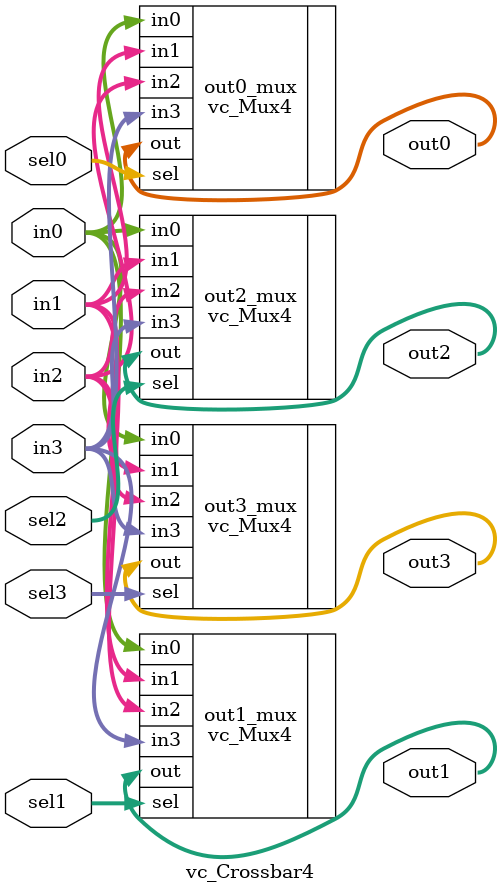
<source format=v>

`ifndef VC_CROSSBARS_V
`define VC_CROSSBARS_V

`include "vc-muxes.v"


module vc_Crossbar2
#(
  parameter p_nbits = 32
)
(
  input  [p_nbits-1:0]   in0,
  input  [p_nbits-1:0]   in1,

  input                  sel0,
  input                  sel1,

  output [p_nbits-1:0]   out0,
  output [p_nbits-1:0]   out1
);

  vc_Mux2#(p_nbits) out0_mux
  (
    .in0 (in0),
    .in1 (in1),
    .sel (sel0),
    .out (out0)
  );

  vc_Mux2#(p_nbits) out1_mux
  (
    .in0 (in0),
    .in1 (in1),
    .sel (sel1),
    .out (out1)
  );

endmodule

//------------------------------------------------------------------------
// 3 input, 3 output crossbar
//------------------------------------------------------------------------

module vc_Crossbar3
#(
  parameter p_nbits = 32
)
(
  input  [p_nbits-1:0]   in0,
  input  [p_nbits-1:0]   in1,
  input  [p_nbits-1:0]   in2,

  input  [1:0]           sel0,
  input  [1:0]           sel1,
  input  [1:0]           sel2,

  output [p_nbits-1:0]   out0,
  output [p_nbits-1:0]   out1,
  output [p_nbits-1:0]   out2
);

  vc_Mux3#(p_nbits) out0_mux
  (
    .in0 (in0),
    .in1 (in1),
    .in2 (in2),
    .sel (sel0),
    .out (out0)
  );

  vc_Mux3#(p_nbits) out1_mux
  (
    .in0 (in0),
    .in1 (in1),
    .in2 (in2),
    .sel (sel1),
    .out (out1)
  );

  vc_Mux3#(p_nbits) out2_mux
  (
    .in0 (in0),
    .in1 (in1),
    .in2 (in2),
    .sel (sel2),
    .out (out2)
  );

endmodule

//------------------------------------------------------------------------
// 4 input, 4 output crossbar
//------------------------------------------------------------------------

module vc_Crossbar4
#(
  parameter p_nbits = 32
)
(
  input  [p_nbits-1:0]   in0,
  input  [p_nbits-1:0]   in1,
  input  [p_nbits-1:0]   in2,
  input  [p_nbits-1:0]   in3,

  input  [1:0]           sel0,
  input  [1:0]           sel1,
  input  [1:0]           sel2,
  input  [1:0]           sel3,

  output [p_nbits-1:0]   out0,
  output [p_nbits-1:0]   out1,
  output [p_nbits-1:0]   out2,
  output [p_nbits-1:0]   out3
);

  vc_Mux4#(p_nbits) out0_mux
  (
    .in0 (in0),
    .in1 (in1),
    .in2 (in2),
    .in3 (in3),
    .sel (sel0),
    .out (out0)
  );

  vc_Mux4#(p_nbits) out1_mux
  (
    .in0 (in0),
    .in1 (in1),
    .in2 (in2),
    .in3 (in3),
    .sel (sel1),
    .out (out1)
  );

  vc_Mux4#(p_nbits) out2_mux
  (
    .in0 (in0),
    .in1 (in1),
    .in2 (in2),
    .in3 (in3),
    .sel (sel2),
    .out (out2)
  );

  vc_Mux4#(p_nbits) out3_mux
  (
    .in0 (in0),
    .in1 (in1),
    .in2 (in2),
    .in3 (in3),
    .sel (sel3),
    .out (out3)
  );

endmodule

`endif /* VC_CROSSBARS_V */

</source>
